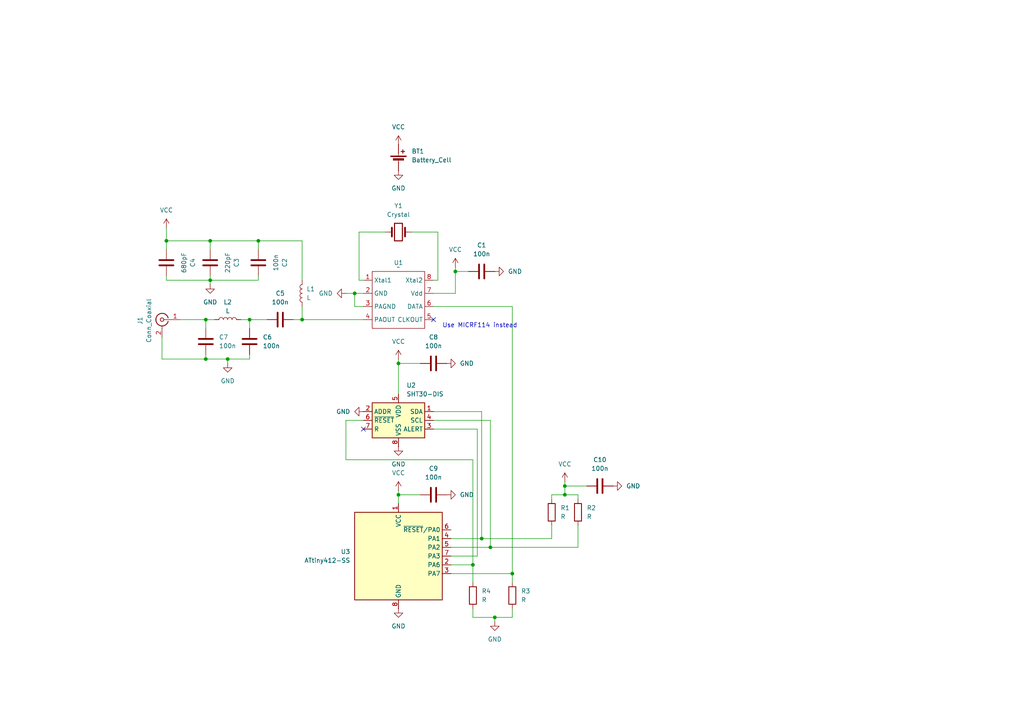
<source format=kicad_sch>
(kicad_sch (version 20250114) (generator "eeschema") (generator_version "9.0")
  (paper "A4")
  (lib_symbols
    (symbol "Connector:Conn_Coaxial" (pin_names (offset 1.016) (hide yes))
      (property "Reference" "J" (at 0.254 3.048 0))
      (property "Value" "Conn_Coaxial" (at 2.921 0 90))
      (symbol "Conn_Coaxial_0_1"
        (polyline (pts (xy -2.54 0) (xy -0.508 0)))
        (arc (start 1.778 0) (mid 0.222 -1.8079) (end -1.778 -0.508) (stroke (width 0.254)))
        (arc (start -1.778 0.508) (mid 0.2221 1.8084) (end 1.778 0) (stroke (width 0.254)))
        (circle (center 0 0) (radius 0.508) (stroke (width 0.2032)))
        (polyline (pts (xy 0 -2.54) (xy 0 -1.778)))
      )
      (symbol "Conn_Coaxial_1_1"
        (pin passive line (at -5.08 0 0) (length 2.54) (name "In") (number "1"))
        (pin passive line (at 0 -5.08 90) (length 2.54) (name "Ext") (number "2"))
      )
    )
    (symbol "Device:Battery_Cell" (pin_numbers (hide yes)) (pin_names (offset 0) (hide yes))
      (property "Reference" "BT" (at 2.54 2.54 0))
      (property "Value" "Battery_Cell" (at 2.54 0 0))
      (symbol "Battery_Cell_0_1"
        (rectangle (start -2.286 1.778) (end 2.286 1.524) (fill (type outline)))
        (rectangle (start -1.524 1.016) (end 1.524 0.508) (fill (type outline)))
        (polyline (pts (xy 0 1.778) (xy 0 2.54)))
        (polyline (pts (xy 0 0.762) (xy 0 0)))
        (polyline (pts (xy 0.762 3.048) (xy 1.778 3.048)) (stroke (width 0.254)))
        (polyline (pts (xy 1.27 3.556) (xy 1.27 2.54)) (stroke (width 0.254)))
      )
      (symbol "Battery_Cell_1_1"
        (pin passive line (at 0 5.08 270) (length 2.54) (name "+") (number "1"))
        (pin passive line (at 0 -2.54 90) (length 2.54) (name "-") (number "2"))
      )
    )
    (symbol "Device:C" (pin_numbers (hide yes)) (pin_names (offset 0.254))
      (property "Reference" "C" (at 0.635 2.54 0))
      (property "Value" "C" (at 0.635 -2.54 0))
      (symbol "C_0_1"
        (polyline (pts (xy -2.032 0.762) (xy 2.032 0.762)) (stroke (width 0.508)))
        (polyline (pts (xy -2.032 -0.762) (xy 2.032 -0.762)) (stroke (width 0.508)))
      )
      (symbol "C_1_1"
        (pin passive line (at 0 3.81 270) (length 2.794) (name "~") (number "1"))
        (pin passive line (at 0 -3.81 90) (length 2.794) (name "~") (number "2"))
      )
    )
    (symbol "Device:Crystal" (pin_numbers (hide yes)) (pin_names (offset 1.016) (hide yes))
      (property "Reference" "Y" (at 0 3.81 0))
      (property "Value" "Crystal" (at 0 -3.81 0))
      (symbol "Crystal_0_1"
        (polyline (pts (xy -2.54 0) (xy -1.905 0)))
        (polyline (pts (xy -1.905 -1.27) (xy -1.905 1.27)) (stroke (width 0.508)))
        (rectangle (start -1.143 2.54) (end 1.143 -2.54) (stroke (width 0.3048)))
        (polyline (pts (xy 1.905 -1.27) (xy 1.905 1.27)) (stroke (width 0.508)))
        (polyline (pts (xy 2.54 0) (xy 1.905 0)))
      )
      (symbol "Crystal_1_1"
        (pin passive line (at -3.81 0 0) (length 1.27) (name "1") (number "1"))
        (pin passive line (at 3.81 0 180) (length 1.27) (name "2") (number "2"))
      )
    )
    (symbol "Device:L" (pin_numbers (hide yes)) (pin_names (offset 1.016) (hide yes))
      (property "Reference" "L" (at -1.27 0 90))
      (property "Value" "L" (at 1.905 0 90))
      (symbol "L_0_1"
        (arc (start 0 2.54) (mid 0.6323 1.905) (end 0 1.27))
        (arc (start 0 1.27) (mid 0.6323 0.635) (end 0 0))
        (arc (start 0 0) (mid 0.6323 -0.635) (end 0 -1.27))
        (arc (start 0 -1.27) (mid 0.6323 -1.905) (end 0 -2.54))
      )
      (symbol "L_1_1"
        (pin passive line (at 0 3.81 270) (length 1.27) (name "1") (number "1"))
        (pin passive line (at 0 -3.81 90) (length 1.27) (name "2") (number "2"))
      )
    )
    (symbol "Device:R" (pin_numbers (hide yes)) (pin_names (offset 0))
      (property "Reference" "R" (at 2.032 0 90))
      (property "Value" "R" (at 0 0 90))
      (symbol "R_0_1"
        (rectangle (start -1.016 -2.54) (end 1.016 2.54) (stroke (width 0.254)))
      )
      (symbol "R_1_1"
        (pin passive line (at 0 3.81 270) (length 1.27) (name "~") (number "1"))
        (pin passive line (at 0 -3.81 90) (length 1.27) (name "~") (number "2"))
      )
    )
    (symbol "MCU_Microchip_ATtiny:ATtiny412-SS"
      (property "Reference" "U" (at -12.7 13.97 0))
      (property "Value" "ATtiny412-SS" (at 2.54 -13.97 0))
      (symbol "ATtiny412-SS_0_1"
        (rectangle (start -12.7 -12.7) (end 12.7 12.7) (stroke (width 0.254)) (fill (type background)))
      )
      (symbol "ATtiny412-SS_1_1"
        (pin power_in line (at 0 15.24 270) (length 2.54) (name "VCC") (number "1"))
        (pin power_in line (at 0 -15.24 90) (length 2.54) (name "GND") (number "8"))
        (pin bidirectional line (at 15.24 7.62 180) (length 2.54) (name "~{RESET}/PA0") (number "6"))
        (pin bidirectional line (at 15.24 5.08 180) (length 2.54) (name "PA1") (number "4"))
        (pin bidirectional line (at 15.24 2.54 180) (length 2.54) (name "PA2") (number "5"))
        (pin bidirectional line (at 15.24 0 180) (length 2.54) (name "PA3") (number "7"))
        (pin bidirectional line (at 15.24 -2.54 180) (length 2.54) (name "PA6") (number "2"))
        (pin bidirectional line (at 15.24 -5.08 180) (length 2.54) (name "PA7") (number "3"))
      )
    )
    (symbol "Sensor_Humidity:SHT30-DIS"
      (property "Reference" "U" (at -6.35 6.35 0))
      (property "Value" "SHT30-DIS" (at 6.35 6.35 0))
      (symbol "SHT30-DIS_0_1"
        (rectangle (start -7.62 5.08) (end 7.62 -5.08) (stroke (width 0.254)) (fill (type background)))
      )
      (symbol "SHT30-DIS_1_1"
        (pin input line (at -10.16 2.54 0) (length 2.54) (name "ADDR") (number "2"))
        (pin input line (at -10.16 0 0) (length 2.54) (name "~{RESET}") (number "6"))
        (pin passive line (at -10.16 -2.54 0) (length 2.54) (name "R") (number "7"))
        (pin power_in line (at 0 7.62 270) (length 2.54) (name "VDD") (number "5"))
        (pin power_in line (at 0 -7.62 90) (length 2.54) (name "VSS") (number "8"))
        (pin passive line (at 0 -7.62 90) (length 2.54) (hide yes) (name "VSS") (number "9"))
        (pin bidirectional line (at 10.16 2.54 180) (length 2.54) (name "SDA") (number "1"))
        (pin input line (at 10.16 0 180) (length 2.54) (name "SCL") (number "4"))
        (pin output line (at 10.16 -2.54 180) (length 2.54) (name "ALERT") (number "3"))
      )
    )
    (symbol "cm_rf_lib:MAX7044"
      (property "Reference" "U" (at -7.366 9.398 0))
      (symbol "MAX7044_0_1"
        (rectangle (start -7.62 7.62) (end 7.62 -8.89))
      )
      (symbol "MAX7044_1_1"
        (pin input line (at -10.16 5.08 0) (length 2.54) (name "Xtal1") (number "1"))
        (pin input line (at -10.16 1.27 0) (length 2.54) (name "GND") (number "2"))
        (pin input line (at -10.16 -2.54 0) (length 2.54) (name "PAGND") (number "3"))
        (pin output line (at -10.16 -6.35 0) (length 2.54) (name "PAOUT") (number "4"))
        (pin input line (at 10.16 5.08 180) (length 2.54) (name "Xtal2") (number "8"))
        (pin input line (at 10.16 1.27 180) (length 2.54) (name "Vdd") (number "7"))
        (pin output line (at 10.16 -2.54 180) (length 2.54) (name "DATA") (number "6"))
        (pin output line (at 10.16 -6.35 180) (length 2.54) (name "CLKOUT") (number "5"))
      )
    )
    (symbol "power:GND" (power) (pin_numbers (hide yes)) (pin_names (offset 0) (hide yes))
      (property "Value" "GND" (at 0 -3.81 0))
      (symbol "GND_0_1"
        (polyline (pts (xy 0 0) (xy 0 -1.27) (xy 1.27 -1.27) (xy 0 -2.54) (xy -1.27 -1.27) (xy 0 -1.27)))
      )
      (symbol "GND_1_1"
        (pin power_in line (at 0 0 270) (length 0) (name "~") (number "1"))
      )
    )
    (symbol "power:VCC" (power) (pin_numbers (hide yes)) (pin_names (offset 0) (hide yes))
      (property "Value" "VCC" (at 0 3.556 0))
      (symbol "VCC_0_1"
        (polyline (pts (xy -0.762 1.27) (xy 0 2.54)))
        (polyline (pts (xy 0 2.54) (xy 0.762 1.27)))
        (polyline (pts (xy 0 0) (xy 0 2.54)))
      )
      (symbol "VCC_1_1"
        (pin power_in line (at 0 0 90) (length 0) (name "~") (number "1"))
      )
    )
  )
  (text "Use MICRF114 instead" (at 139.192 94.488 0) (effects (font (size 1.27 1.27))))
  (junction (at 48.26 69.85))
  (junction (at 143.51 179.07))
  (junction (at 72.39 92.71))
  (junction (at 137.16 163.83))
  (junction (at 102.87 85.09))
  (junction (at 142.24 158.75))
  (junction (at 87.63 92.71))
  (junction (at 163.83 140.97))
  (junction (at 139.7 156.21))
  (junction (at 148.59 166.37))
  (junction (at 74.93 69.85))
  (junction (at 66.04 104.14))
  (junction (at 132.08 78.74))
  (junction (at 115.57 143.51))
  (junction (at 115.57 105.41))
  (junction (at 163.83 143.51))
  (junction (at 59.69 104.14))
  (junction (at 59.69 92.71))
  (junction (at 60.96 81.28))
  (junction (at 60.96 69.85))
  (no_connect (at 105.41 124.46))
  (no_connect (at 125.73 92.71))
  (wire (pts (xy 115.57 143.51) (xy 121.92 143.51)))
  (wire (pts (xy 130.81 166.37) (xy 148.59 166.37)))
  (wire (pts (xy 137.16 163.83) (xy 137.16 168.91)))
  (wire (pts (xy 138.43 124.46) (xy 125.73 124.46)))
  (wire (pts (xy 62.23 92.71) (xy 59.69 92.71)))
  (wire (pts (xy 72.39 104.14) (xy 66.04 104.14)))
  (wire (pts (xy 167.64 144.78) (xy 167.64 143.51)))
  (wire (pts (xy 139.7 156.21) (xy 160.02 156.21)))
  (wire (pts (xy 74.93 69.85) (xy 74.93 72.39)))
  (wire (pts (xy 105.41 121.92) (xy 100.33 121.92)))
  (wire (pts (xy 142.24 121.92) (xy 142.24 158.75)))
  (wire (pts (xy 125.73 81.28) (xy 127 81.28)))
  (wire (pts (xy 160.02 143.51) (xy 163.83 143.51)))
  (wire (pts (xy 137.16 176.53) (xy 137.16 179.07)))
  (wire (pts (xy 115.57 104.14) (xy 115.57 105.41)))
  (wire (pts (xy 163.83 140.97) (xy 163.83 143.51)))
  (wire (pts (xy 137.16 133.35) (xy 137.16 163.83)))
  (wire (pts (xy 48.26 80.01) (xy 48.26 81.28)))
  (wire (pts (xy 87.63 81.28) (xy 87.63 69.85)))
  (wire (pts (xy 48.26 66.04) (xy 48.26 69.85)))
  (wire (pts (xy 69.85 92.71) (xy 72.39 92.71)))
  (wire (pts (xy 137.16 179.07) (xy 143.51 179.07)))
  (wire (pts (xy 125.73 119.38) (xy 139.7 119.38)))
  (wire (pts (xy 115.57 105.41) (xy 121.92 105.41)))
  (wire (pts (xy 115.57 142.24) (xy 115.57 143.51)))
  (wire (pts (xy 139.7 119.38) (xy 139.7 156.21)))
  (wire (pts (xy 72.39 102.87) (xy 72.39 104.14)))
  (wire (pts (xy 139.7 156.21) (xy 130.81 156.21)))
  (wire (pts (xy 105.41 88.9) (xy 102.87 88.9)))
  (wire (pts (xy 137.16 163.83) (xy 130.81 163.83)))
  (wire (pts (xy 148.59 166.37) (xy 148.59 88.9)))
  (wire (pts (xy 85.09 92.71) (xy 87.63 92.71)))
  (wire (pts (xy 142.24 158.75) (xy 130.81 158.75)))
  (wire (pts (xy 66.04 104.14) (xy 66.04 105.41)))
  (wire (pts (xy 111.76 67.31) (xy 104.14 67.31)))
  (wire (pts (xy 132.08 78.74) (xy 135.89 78.74)))
  (wire (pts (xy 59.69 92.71) (xy 59.69 95.25)))
  (wire (pts (xy 60.96 72.39) (xy 60.96 69.85)))
  (wire (pts (xy 163.83 140.97) (xy 170.18 140.97)))
  (wire (pts (xy 100.33 121.92) (xy 100.33 133.35)))
  (wire (pts (xy 148.59 176.53) (xy 148.59 179.07)))
  (wire (pts (xy 46.99 97.79) (xy 46.99 104.14)))
  (wire (pts (xy 143.51 179.07) (xy 148.59 179.07)))
  (wire (pts (xy 60.96 81.28) (xy 74.93 81.28)))
  (wire (pts (xy 105.41 92.71) (xy 87.63 92.71)))
  (wire (pts (xy 125.73 121.92) (xy 142.24 121.92)))
  (wire (pts (xy 72.39 95.25) (xy 72.39 92.71)))
  (wire (pts (xy 143.51 180.34) (xy 143.51 179.07)))
  (wire (pts (xy 160.02 144.78) (xy 160.02 143.51)))
  (wire (pts (xy 138.43 161.29) (xy 138.43 124.46)))
  (wire (pts (xy 74.93 81.28) (xy 74.93 80.01)))
  (wire (pts (xy 100.33 85.09) (xy 102.87 85.09)))
  (wire (pts (xy 87.63 69.85) (xy 74.93 69.85)))
  (wire (pts (xy 130.81 161.29) (xy 138.43 161.29)))
  (wire (pts (xy 100.33 133.35) (xy 137.16 133.35)))
  (wire (pts (xy 48.26 69.85) (xy 60.96 69.85)))
  (wire (pts (xy 48.26 72.39) (xy 48.26 69.85)))
  (wire (pts (xy 167.64 152.4) (xy 167.64 158.75)))
  (wire (pts (xy 115.57 105.41) (xy 115.57 114.3)))
  (wire (pts (xy 87.63 92.71) (xy 87.63 88.9)))
  (wire (pts (xy 132.08 77.47) (xy 132.08 78.74)))
  (wire (pts (xy 102.87 88.9) (xy 102.87 85.09)))
  (wire (pts (xy 127 81.28) (xy 127 67.31)))
  (wire (pts (xy 104.14 81.28) (xy 105.41 81.28)))
  (wire (pts (xy 104.14 67.31) (xy 104.14 81.28)))
  (wire (pts (xy 127 67.31) (xy 119.38 67.31)))
  (wire (pts (xy 163.83 139.7) (xy 163.83 140.97)))
  (wire (pts (xy 148.59 166.37) (xy 148.59 168.91)))
  (wire (pts (xy 48.26 81.28) (xy 60.96 81.28)))
  (wire (pts (xy 72.39 92.71) (xy 77.47 92.71)))
  (wire (pts (xy 60.96 80.01) (xy 60.96 81.28)))
  (wire (pts (xy 60.96 82.55) (xy 60.96 81.28)))
  (wire (pts (xy 163.83 143.51) (xy 167.64 143.51)))
  (wire (pts (xy 59.69 104.14) (xy 66.04 104.14)))
  (wire (pts (xy 60.96 69.85) (xy 74.93 69.85)))
  (wire (pts (xy 167.64 158.75) (xy 142.24 158.75)))
  (wire (pts (xy 160.02 152.4) (xy 160.02 156.21)))
  (wire (pts (xy 46.99 104.14) (xy 59.69 104.14)))
  (wire (pts (xy 132.08 85.09) (xy 125.73 85.09)))
  (wire (pts (xy 59.69 102.87) (xy 59.69 104.14)))
  (wire (pts (xy 52.07 92.71) (xy 59.69 92.71)))
  (wire (pts (xy 115.57 143.51) (xy 115.57 146.05)))
  (wire (pts (xy 102.87 85.09) (xy 105.41 85.09)))
  (wire (pts (xy 132.08 78.74) (xy 132.08 85.09)))
  (wire (pts (xy 148.59 88.9) (xy 125.73 88.9)))
  (symbol (lib_id "Device:C") (at 173.99 140.97 270) (unit 1)
    (property "Reference" "C10" (at 173.99 133.35 90))
    (property "Value" "100n" (at 173.99 135.89 90))
    (property "Footprint" "Capacitor_SMD:C_0603_1608Metric_Pad1.08x0.95mm_HandSolder" (effects (hide yes)))
    (property "Description" "Unpolarized capacitor" (effects (hide yes)))
  )
  (symbol (lib_id "Device:R") (at 160.02 148.59 0) (unit 1)
    (property "Reference" "R1" (at 162.56 147.32 0) (effects (justify left)))
    (property "Value" "R" (at 162.56 149.86 0) (effects (justify left)))
    (property "Footprint" "Resistor_SMD:R_0201_0603Metric_Pad0.64x0.40mm_HandSolder" (effects (hide yes)))
    (property "Description" "Resistor" (effects (hide yes)))
  )
  (symbol (lib_id "power:VCC") (at 163.83 139.7 0) (unit 1)
    (property "Reference" "#PWR015" (effects (hide yes)))
    (property "Value" "VCC" (at 163.83 134.62 0))
    (property "Description" "Power symbol creates a global label with name \"VCC\"" (effects (hide yes)))
  )
  (symbol (lib_id "power:GND") (at 143.51 78.74 90) (unit 1)
    (property "Reference" "#PWR04" (effects (hide yes)))
    (property "Value" "GND" (at 147.32 78.74 90) (effects (justify right)))
    (property "Description" "Power symbol creates a global label with name \"GND\" , ground" (effects (hide yes)))
  )
  (symbol (lib_id "power:GND") (at 129.54 143.51 90) (unit 1)
    (property "Reference" "#PWR013" (effects (hide yes)))
    (property "Value" "GND" (at 133.35 143.51 90) (effects (justify right)))
    (property "Description" "Power symbol creates a global label with name \"GND\" , ground" (effects (hide yes)))
  )
  (symbol (lib_id "power:GND") (at 115.57 49.53 0) (unit 1)
    (property "Reference" "#PWR01" (effects (hide yes)))
    (property "Value" "GND" (at 115.57 54.61 0))
    (property "Description" "Power symbol creates a global label with name \"GND\" , ground" (effects (hide yes)))
  )
  (symbol (lib_id "Connector:Conn_Coaxial") (at 46.99 92.71 0) (mirror y) (unit 1)
    (property "Reference" "J1" (at 40.64 93.0032 90))
    (property "Value" "Conn_Coaxial" (at 43.18 93.0032 90))
    (property "Footprint" "Connector_Coaxial:SMA_Molex_73251-1153_EdgeMount_Horizontal" (effects (hide yes)))
    (property "Description" "coaxial connector (BNC, SMA, SMB, SMC, Cinch/RCA, LEMO, ...)" (effects (hide yes)))
  )
  (symbol (lib_id "Device:C") (at 125.73 143.51 270) (unit 1)
    (property "Reference" "C9" (at 125.73 135.89 90))
    (property "Value" "100n" (at 125.73 138.43 90))
    (property "Footprint" "Capacitor_SMD:C_0603_1608Metric_Pad1.08x0.95mm_HandSolder" (effects (hide yes)))
    (property "Description" "Unpolarized capacitor" (effects (hide yes)))
  )
  (symbol (lib_id "Device:R") (at 137.16 172.72 0) (unit 1)
    (property "Reference" "R4" (at 139.7 171.45 0) (effects (justify left)))
    (property "Value" "R" (at 139.7 173.99 0) (effects (justify left)))
    (property "Footprint" "Resistor_SMD:R_0201_0603Metric_Pad0.64x0.40mm_HandSolder" (effects (hide yes)))
    (property "Description" "Resistor" (effects (hide yes)))
  )
  (symbol (lib_id "power:GND") (at 100.33 85.09 270) (unit 1)
    (property "Reference" "#PWR05" (effects (hide yes)))
    (property "Value" "GND" (at 96.52 85.09 90) (effects (justify right)))
    (property "Description" "Power symbol creates a global label with name \"GND\" , ground" (effects (hide yes)))
  )
  (symbol (lib_id "Device:C") (at 81.28 92.71 90) (unit 1)
    (property "Reference" "C5" (at 81.28 85.09 90))
    (property "Value" "100n" (at 81.28 87.63 90))
    (property "Footprint" "Capacitor_SMD:C_0603_1608Metric_Pad1.08x0.95mm_HandSolder" (effects (hide yes)))
    (property "Description" "Unpolarized capacitor" (effects (hide yes)))
  )
  (symbol (lib_id "Device:L") (at 87.63 85.09 180) (unit 1)
    (property "Reference" "L1" (at 88.9 83.82 0) (effects (justify right)))
    (property "Value" "L" (at 88.9 86.36 0) (effects (justify right)))
    (property "Footprint" "Inductor_SMD:L_0603_1608Metric_Pad1.05x0.95mm_HandSolder" (effects (hide yes)))
    (property "Description" "Inductor" (effects (hide yes)))
  )
  (symbol (lib_id "Device:Battery_Cell") (at 115.57 46.99 0) (unit 1)
    (property "Reference" "BT1" (at 119.38 43.8785 0) (effects (justify left)))
    (property "Value" "Battery_Cell" (at 119.38 46.4185 0) (effects (justify left)))
    (property "Footprint" "Battery:BatteryHolder_Keystone_103_1x20mm" (effects (hide yes)))
    (property "Description" "Single-cell battery" (effects (hide yes)))
  )
  (symbol (lib_id "power:VCC") (at 48.26 66.04 0) (unit 1)
    (property "Reference" "#PWR08" (effects (hide yes)))
    (property "Value" "VCC" (at 48.26 60.96 0))
    (property "Description" "Power symbol creates a global label with name \"VCC\"" (effects (hide yes)))
  )
  (symbol (lib_id "Device:C") (at 48.26 76.2 180) (unit 1)
    (property "Reference" "C4" (at 55.88 76.2 90))
    (property "Value" "680pF" (at 53.34 76.2 90))
    (property "Footprint" "Capacitor_SMD:C_0603_1608Metric_Pad1.08x0.95mm_HandSolder" (effects (hide yes)))
    (property "Description" "Unpolarized capacitor" (effects (hide yes)))
  )
  (symbol (lib_id "Device:R") (at 148.59 172.72 0) (unit 1)
    (property "Reference" "R3" (at 151.13 171.45 0) (effects (justify left)))
    (property "Value" "R" (at 151.13 173.99 0) (effects (justify left)))
    (property "Footprint" "Resistor_SMD:R_0201_0603Metric_Pad0.64x0.40mm_HandSolder" (effects (hide yes)))
    (property "Description" "Resistor" (effects (hide yes)))
  )
  (symbol (lib_id "Sensor_Humidity:SHT30-DIS") (at 115.57 121.92 0) (unit 1)
    (property "Reference" "U2" (at 117.8835 111.76 0) (effects (justify left)))
    (property "Value" "SHT30-DIS" (at 117.8835 114.3 0) (effects (justify left)))
    (property "Footprint" "Sensor_Humidity:Sensirion_DFN-8-1EP_2.5x2.5mm_P0.5mm_EP1.1x1.7mm" (effects (hide yes)))
    (property "Datasheet" "https://www.sensirion.com/fileadmin/user_upload/customers/sensirion/Dokumente/2_Humidity_Sensors/Datasheets/Sensirion_Humidity_Sensors_SHT3x_Datasheet_digital.pdf" (effects (hide yes)))
    (property "Description" "I²C humidity and temperature sensor, ±2%RH, ±0.2°C, DFN-8" (effects (hide yes)))
  )
  (symbol (lib_id "Device:C") (at 74.93 76.2 180) (unit 1)
    (property "Reference" "C2" (at 82.55 76.2 90))
    (property "Value" "100n" (at 80.01 76.2 90))
    (property "Footprint" "Capacitor_SMD:C_0603_1608Metric_Pad1.08x0.95mm_HandSolder" (effects (hide yes)))
    (property "Description" "Unpolarized capacitor" (effects (hide yes)))
  )
  (symbol (lib_id "power:GND") (at 177.8 140.97 90) (unit 1)
    (property "Reference" "#PWR016" (effects (hide yes)))
    (property "Value" "GND" (at 181.61 140.97 90) (effects (justify right)))
    (property "Description" "Power symbol creates a global label with name \"GND\" , ground" (effects (hide yes)))
  )
  (symbol (lib_id "Device:C") (at 72.39 99.06 0) (unit 1)
    (property "Reference" "C6" (at 76.2 97.79 0) (effects (justify left)))
    (property "Value" "100n" (at 76.2 100.33 0) (effects (justify left)))
    (property "Footprint" "Capacitor_SMD:C_0603_1608Metric_Pad1.08x0.95mm_HandSolder" (effects (hide yes)))
    (property "Description" "Unpolarized capacitor" (effects (hide yes)))
  )
  (symbol (lib_id "power:VCC") (at 115.57 41.91 0) (unit 1)
    (property "Reference" "#PWR02" (effects (hide yes)))
    (property "Value" "VCC" (at 115.57 36.83 0))
    (property "Description" "Power symbol creates a global label with name \"VCC\"" (effects (hide yes)))
  )
  (symbol (lib_id "Device:C") (at 60.96 76.2 180) (unit 1)
    (property "Reference" "C3" (at 68.58 76.2 90))
    (property "Value" "220pF" (at 66.04 76.2 90))
    (property "Footprint" "Capacitor_SMD:C_0603_1608Metric_Pad1.08x0.95mm_HandSolder" (effects (hide yes)))
    (property "Description" "Unpolarized capacitor" (effects (hide yes)))
  )
  (symbol (lib_id "power:GND") (at 66.04 105.41 0) (unit 1)
    (property "Reference" "#PWR07" (effects (hide yes)))
    (property "Value" "GND" (at 66.04 110.49 0))
    (property "Description" "Power symbol creates a global label with name \"GND\" , ground" (effects (hide yes)))
  )
  (symbol (lib_id "power:VCC") (at 132.08 77.47 0) (unit 1)
    (property "Reference" "#PWR03" (effects (hide yes)))
    (property "Value" "VCC" (at 132.08 72.39 0))
    (property "Description" "Power symbol creates a global label with name \"VCC\"" (effects (hide yes)))
  )
  (symbol (lib_id "Device:C") (at 125.73 105.41 270) (unit 1)
    (property "Reference" "C8" (at 125.73 97.79 90))
    (property "Value" "100n" (at 125.73 100.33 90))
    (property "Footprint" "Capacitor_SMD:C_0603_1608Metric_Pad1.08x0.95mm_HandSolder" (effects (hide yes)))
    (property "Description" "Unpolarized capacitor" (effects (hide yes)))
  )
  (symbol (lib_id "Device:R") (at 167.64 148.59 0) (unit 1)
    (property "Reference" "R2" (at 170.18 147.32 0) (effects (justify left)))
    (property "Value" "R" (at 170.18 149.86 0) (effects (justify left)))
    (property "Footprint" "Resistor_SMD:R_0201_0603Metric_Pad0.64x0.40mm_HandSolder" (effects (hide yes)))
    (property "Description" "Resistor" (effects (hide yes)))
  )
  (symbol (lib_id "power:VCC") (at 115.57 104.14 0) (unit 1)
    (property "Reference" "#PWR09" (effects (hide yes)))
    (property "Value" "VCC" (at 115.57 99.06 0))
    (property "Description" "Power symbol creates a global label with name \"VCC\"" (effects (hide yes)))
  )
  (symbol (lib_id "Device:L") (at 66.04 92.71 90) (unit 1)
    (property "Reference" "L2" (at 66.04 87.63 90))
    (property "Value" "L" (at 66.04 90.17 90))
    (property "Footprint" "Inductor_SMD:L_0603_1608Metric_Pad1.05x0.95mm_HandSolder" (effects (hide yes)))
    (property "Description" "Inductor" (effects (hide yes)))
  )
  (symbol (lib_id "cm_rf_lib:MAX7044") (at 115.57 86.36 0) (unit 1)
    (property "Reference" "U1" (at 115.57 76.2 0))
    (property "Value" "~" (at 115.57 77.47 0))
    (property "Footprint" "Package_TO_SOT_SMD:SOT-23-8" (effects (hide yes)))
  )
  (symbol (lib_id "Device:C") (at 59.69 99.06 0) (unit 1)
    (property "Reference" "C7" (at 63.5 97.79 0) (effects (justify left)))
    (property "Value" "100n" (at 63.5 100.33 0) (effects (justify left)))
    (property "Footprint" "Capacitor_SMD:C_0603_1608Metric_Pad1.08x0.95mm_HandSolder" (effects (hide yes)))
    (property "Description" "Unpolarized capacitor" (effects (hide yes)))
  )
  (symbol (lib_id "power:GND") (at 60.96 82.55 0) (unit 1)
    (property "Reference" "#PWR06" (effects (hide yes)))
    (property "Value" "GND" (at 60.96 87.63 0))
    (property "Description" "Power symbol creates a global label with name \"GND\" , ground" (effects (hide yes)))
  )
  (symbol (lib_id "power:GND") (at 143.51 180.34 0) (unit 1)
    (property "Reference" "#PWR018" (effects (hide yes)))
    (property "Value" "GND" (at 143.51 185.42 0))
    (property "Description" "Power symbol creates a global label with name \"GND\" , ground" (effects (hide yes)))
  )
  (symbol (lib_id "power:GND") (at 105.41 119.38 270) (unit 1)
    (property "Reference" "#PWR017" (effects (hide yes)))
    (property "Value" "GND" (at 101.6 119.38 90) (effects (justify right)))
    (property "Description" "Power symbol creates a global label with name \"GND\" , ground" (effects (hide yes)))
  )
  (symbol (lib_id "power:GND") (at 129.54 105.41 90) (unit 1)
    (property "Reference" "#PWR010" (effects (hide yes)))
    (property "Value" "GND" (at 133.35 105.41 90) (effects (justify right)))
    (property "Description" "Power symbol creates a global label with name \"GND\" , ground" (effects (hide yes)))
  )
  (symbol (lib_id "Device:Crystal") (at 115.57 67.31 0) (unit 1)
    (property "Reference" "Y1" (at 115.57 59.69 0))
    (property "Value" "Crystal" (at 115.57 62.23 0))
    (property "Footprint" "Crystal:Crystal_SMD_HC49-SD_HandSoldering" (effects (hide yes)))
    (property "Description" "Two pin crystal" (effects (hide yes)))
  )
  (symbol (lib_id "Device:C") (at 139.7 78.74 270) (unit 1)
    (property "Reference" "C1" (at 139.7 71.12 90))
    (property "Value" "100n" (at 139.7 73.66 90))
    (property "Footprint" "Capacitor_SMD:C_0603_1608Metric_Pad1.08x0.95mm_HandSolder" (effects (hide yes)))
    (property "Description" "Unpolarized capacitor" (effects (hide yes)))
  )
  (symbol (lib_id "power:GND") (at 115.57 129.54 0) (unit 1)
    (property "Reference" "#PWR011" (effects (hide yes)))
    (property "Value" "GND" (at 115.57 134.62 0))
    (property "Description" "Power symbol creates a global label with name \"GND\" , ground" (effects (hide yes)))
  )
  (symbol (lib_id "power:GND") (at 115.57 176.53 0) (unit 1)
    (property "Reference" "#PWR014" (effects (hide yes)))
    (property "Value" "GND" (at 115.57 181.61 0))
    (property "Description" "Power symbol creates a global label with name \"GND\" , ground" (effects (hide yes)))
  )
  (symbol (lib_id "MCU_Microchip_ATtiny:ATtiny412-SS") (at 115.57 161.29 0) (unit 1)
    (property "Reference" "U3" (at 101.6 160.02 0) (effects (justify right)))
    (property "Value" "ATtiny412-SS" (at 101.6 162.56 0) (effects (justify right)))
    (property "Footprint" "Package_SO:SOIC-8_3.9x4.9mm_P1.27mm" (effects (hide yes)))
    (property "Datasheet" "http://ww1.microchip.com/downloads/en/DeviceDoc/40001911A.pdf" (effects (hide yes)))
    (property "Description" "20MHz, 4kB Flash, 256B SRAM, 128B EEPROM, SOIC-8" (effects (hide yes)))
  )
  (symbol (lib_id "power:VCC") (at 115.57 142.24 0) (unit 1)
    (property "Reference" "#PWR012" (effects (hide yes)))
    (property "Value" "VCC" (at 115.57 137.16 0))
    (property "Description" "Power symbol creates a global label with name \"VCC\"" (effects (hide yes)))
  )
)
</source>
